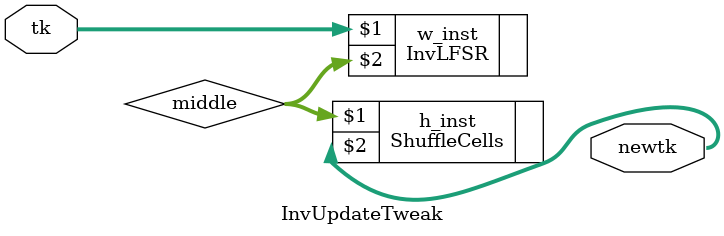
<source format=v>

module UpdateTweak
    (
        input wire [63:0] tk,
        output wire [63:0] newtk
    );
    wire [63:0] middle;
    ShuffleCellsTweak h_inst(tk, middle);
    LFSR  w_inst(middle, newtk);
endmodule

module InvUpdateTweak
    (
        input wire [63:0] tk,
        output wire [63:0] newtk
    );

        wire [63:0] middle;
        InvLFSR  w_inst(tk, middle);
        ShuffleCells  h_inst(middle, newtk);
endmodule
</source>
